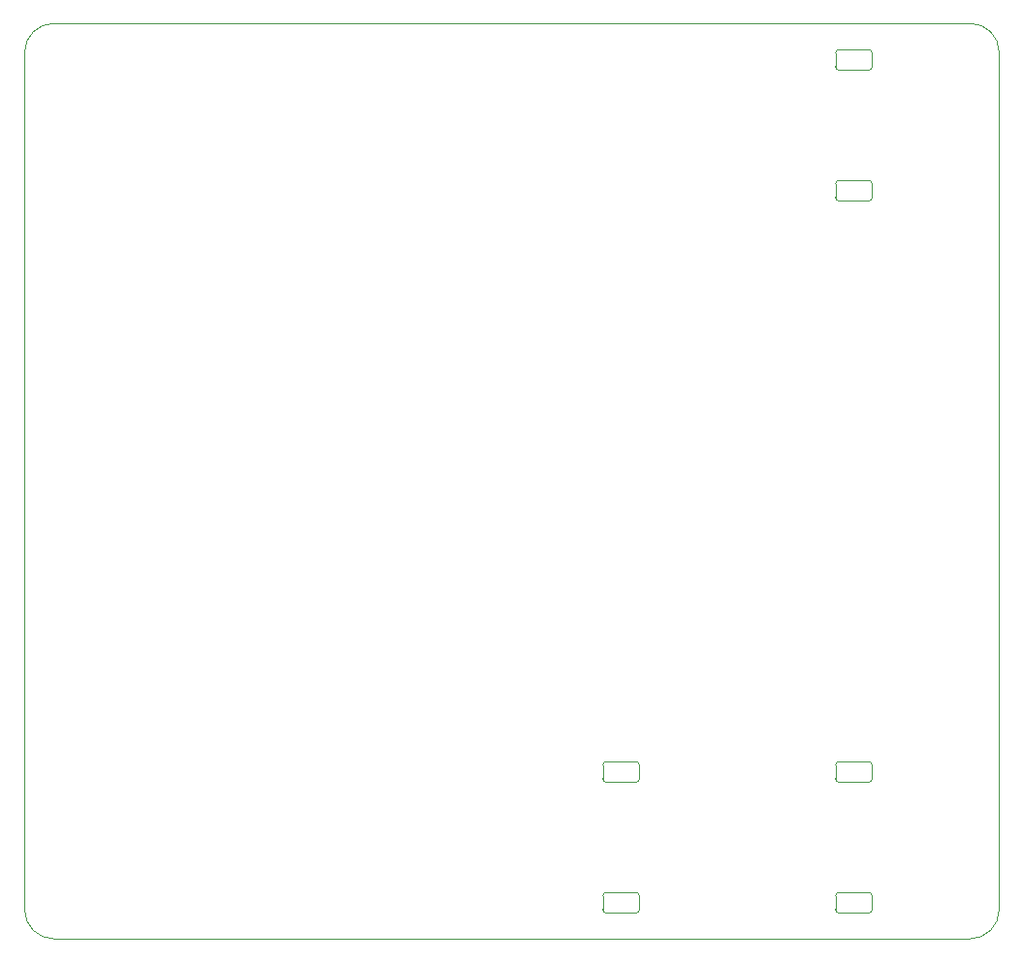
<source format=gbr>
%TF.GenerationSoftware,KiCad,Pcbnew,8.0.6*%
%TF.CreationDate,2024-12-19T22:40:05-08:00*%
%TF.ProjectId,norns-shield-210330,6e6f726e-732d-4736-9869-656c642d3231,rev?*%
%TF.SameCoordinates,Original*%
%TF.FileFunction,Profile,NP*%
%FSLAX46Y46*%
G04 Gerber Fmt 4.6, Leading zero omitted, Abs format (unit mm)*
G04 Created by KiCad (PCBNEW 8.0.6) date 2024-12-19 22:40:05*
%MOMM*%
%LPD*%
G01*
G04 APERTURE LIST*
%TA.AperFunction,Profile*%
%ADD10C,0.050000*%
%TD*%
G04 APERTURE END LIST*
D10*
X105956100Y-67538600D02*
X105956100Y-142468600D01*
X108496100Y-145008600D02*
G75*
G02*
X105956100Y-142468600I0J2540000D01*
G01*
X108496100Y-145008600D02*
X188506100Y-145008600D01*
X191046100Y-142468600D02*
G75*
G02*
X188506100Y-145008600I-2540000J0D01*
G01*
X191046100Y-142468600D02*
X191046100Y-67538600D01*
X188506100Y-64998600D02*
G75*
G02*
X191046100Y-67538600I0J-2540000D01*
G01*
X188506100Y-64998600D02*
X108496100Y-64998600D01*
X105956100Y-67538600D02*
G75*
G02*
X108496100Y-64998600I2540000J0D01*
G01*
%TO.C,E1*%
X176746100Y-79018600D02*
G75*
G02*
X177046100Y-78718600I300000J0D01*
G01*
X176746100Y-80218600D02*
X176746100Y-79018600D01*
X177046100Y-80518600D02*
G75*
G02*
X176746100Y-80218600I0J300000D01*
G01*
X179646100Y-80518600D02*
X177046100Y-80518600D01*
X179946100Y-80218600D02*
G75*
G02*
X179646100Y-80518600I-300000J0D01*
G01*
X179946100Y-79018600D02*
X179946100Y-80218600D01*
X179646100Y-78718600D02*
G75*
G02*
X179946100Y-79018600I0J-300000D01*
G01*
X177046100Y-78718600D02*
X179646100Y-78718600D01*
X176746100Y-67588600D02*
G75*
G02*
X177046100Y-67288600I300000J0D01*
G01*
X176746100Y-68788600D02*
X176746100Y-67588600D01*
X177046100Y-69088600D02*
G75*
G02*
X176746100Y-68788600I0J300000D01*
G01*
X179646100Y-69088600D02*
X177046100Y-69088600D01*
X179946100Y-68788600D02*
G75*
G02*
X179646100Y-69088600I-300000J0D01*
G01*
X179946100Y-67588600D02*
X179946100Y-68788600D01*
X179646100Y-67288600D02*
G75*
G02*
X179946100Y-67588600I0J-300000D01*
G01*
X177046100Y-67288600D02*
X179646100Y-67288600D01*
%TO.C,E2*%
X176746100Y-141248600D02*
G75*
G02*
X177046100Y-140948600I300000J0D01*
G01*
X176746100Y-142448600D02*
X176746100Y-141248600D01*
X177046100Y-142748600D02*
G75*
G02*
X176746100Y-142448600I0J300000D01*
G01*
X179646100Y-142748600D02*
X177046100Y-142748600D01*
X179946100Y-142448600D02*
G75*
G02*
X179646100Y-142748600I-300000J0D01*
G01*
X179946100Y-141248600D02*
X179946100Y-142448600D01*
X179646100Y-140948600D02*
G75*
G02*
X179946100Y-141248600I0J-300000D01*
G01*
X177046100Y-140948600D02*
X179646100Y-140948600D01*
X176746100Y-129818600D02*
G75*
G02*
X177046100Y-129518600I300000J0D01*
G01*
X176746100Y-131018600D02*
X176746100Y-129818600D01*
X177046100Y-131318600D02*
G75*
G02*
X176746100Y-131018600I0J300000D01*
G01*
X179646100Y-131318600D02*
X177046100Y-131318600D01*
X179946100Y-131018600D02*
G75*
G02*
X179646100Y-131318600I-300000J0D01*
G01*
X179946100Y-129818600D02*
X179946100Y-131018600D01*
X179646100Y-129518600D02*
G75*
G02*
X179946100Y-129818600I0J-300000D01*
G01*
X177046100Y-129518600D02*
X179646100Y-129518600D01*
%TO.C,E3*%
X156426100Y-141248600D02*
G75*
G02*
X156726100Y-140948600I300000J0D01*
G01*
X156426100Y-142448600D02*
X156426100Y-141248600D01*
X156726100Y-142748600D02*
G75*
G02*
X156426100Y-142448600I0J300000D01*
G01*
X159326100Y-142748600D02*
X156726100Y-142748600D01*
X159626100Y-142448600D02*
G75*
G02*
X159326100Y-142748600I-300000J0D01*
G01*
X159626100Y-141248600D02*
X159626100Y-142448600D01*
X159326100Y-140948600D02*
G75*
G02*
X159626100Y-141248600I0J-300000D01*
G01*
X156726100Y-140948600D02*
X159326100Y-140948600D01*
X156426100Y-129818600D02*
G75*
G02*
X156726100Y-129518600I300000J0D01*
G01*
X156426100Y-131018600D02*
X156426100Y-129818600D01*
X156726100Y-131318600D02*
G75*
G02*
X156426100Y-131018600I0J300000D01*
G01*
X159326100Y-131318600D02*
X156726100Y-131318600D01*
X159626100Y-131018600D02*
G75*
G02*
X159326100Y-131318600I-300000J0D01*
G01*
X159626100Y-129818600D02*
X159626100Y-131018600D01*
X159326100Y-129518600D02*
G75*
G02*
X159626100Y-129818600I0J-300000D01*
G01*
X156726100Y-129518600D02*
X159326100Y-129518600D01*
%TD*%
M02*

</source>
